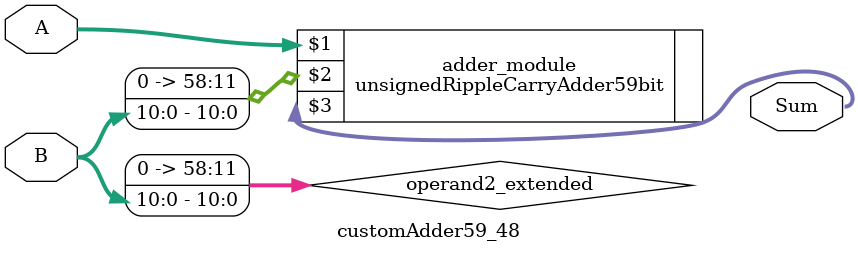
<source format=v>
module customAdder59_48(
                        input [58 : 0] A,
                        input [10 : 0] B,
                        
                        output [59 : 0] Sum
                );

        wire [58 : 0] operand2_extended;
        
        assign operand2_extended =  {48'b0, B};
        
        unsignedRippleCarryAdder59bit adder_module(
            A,
            operand2_extended,
            Sum
        );
        
        endmodule
        
</source>
